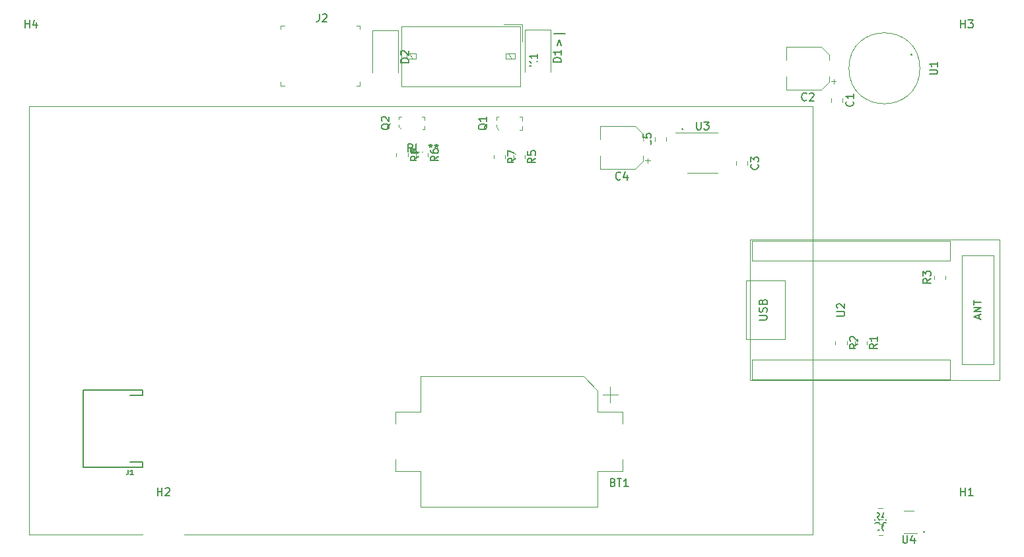
<source format=gto>
G04 #@! TF.GenerationSoftware,KiCad,Pcbnew,(5.1.10)-1*
G04 #@! TF.CreationDate,2021-10-31T21:23:51-04:00*
G04 #@! TF.ProjectId,Hardware-YurtThermostat,48617264-7761-4726-952d-597572745468,rev?*
G04 #@! TF.SameCoordinates,Original*
G04 #@! TF.FileFunction,Legend,Top*
G04 #@! TF.FilePolarity,Positive*
%FSLAX46Y46*%
G04 Gerber Fmt 4.6, Leading zero omitted, Abs format (unit mm)*
G04 Created by KiCad (PCBNEW (5.1.10)-1) date 2021-10-31 21:23:51*
%MOMM*%
%LPD*%
G01*
G04 APERTURE LIST*
%ADD10C,0.150000*%
%ADD11C,0.120000*%
%ADD12C,0.203200*%
%ADD13C,0.100000*%
%ADD14C,0.127000*%
%ADD15C,5.000000*%
%ADD16R,2.600000X3.600000*%
%ADD17R,1.800000X2.500000*%
%ADD18C,3.400000*%
%ADD19C,6.000000*%
%ADD20C,1.800860*%
%ADD21R,2.500000X2.500000*%
%ADD22C,2.500000*%
%ADD23C,1.500000*%
%ADD24C,2.000000*%
%ADD25O,1.524000X2.000000*%
%ADD26R,0.550000X0.250000*%
G04 APERTURE END LIST*
D10*
X162472714Y-53689142D02*
X162758428Y-52927238D01*
X163044142Y-53689142D01*
X163472714Y-52212952D02*
X162044142Y-52212952D01*
X209550000Y-116054142D02*
X209597619Y-116101761D01*
X209550000Y-116149380D01*
X209502380Y-116101761D01*
X209550000Y-116054142D01*
X209550000Y-116149380D01*
X207899000Y-54840142D02*
X207946619Y-54887761D01*
X207899000Y-54935380D01*
X207851380Y-54887761D01*
X207899000Y-54840142D01*
X207899000Y-54935380D01*
X178562000Y-64365142D02*
X178609619Y-64412761D01*
X178562000Y-64460380D01*
X178514380Y-64412761D01*
X178562000Y-64365142D01*
X178562000Y-64460380D01*
D11*
X94750000Y-61530000D02*
X94750000Y-116470000D01*
X94750000Y-116470000D02*
X195250000Y-116470000D01*
X195250000Y-116470000D02*
X195250000Y-61530000D01*
X195250000Y-61530000D02*
X94750000Y-61530000D01*
X168306000Y-98521000D02*
X170306000Y-98521000D01*
X169306000Y-99521000D02*
X169306000Y-97521000D01*
X144956000Y-112871000D02*
X144956000Y-108371000D01*
X167656000Y-112871000D02*
X167656000Y-108371000D01*
X167656000Y-112871000D02*
X144956000Y-112871000D01*
X141756000Y-108371000D02*
X141756000Y-106821000D01*
X144956000Y-108371000D02*
X141756000Y-108371000D01*
X170856000Y-108371000D02*
X170856000Y-106821000D01*
X167656000Y-108371000D02*
X170856000Y-108371000D01*
X170856000Y-100671000D02*
X170856000Y-102221000D01*
X167656000Y-100671000D02*
X170856000Y-100671000D01*
X165856000Y-96171000D02*
X167656000Y-97971000D01*
X167656000Y-97971000D02*
X167656000Y-100671000D01*
X144956000Y-96171000D02*
X165856000Y-96171000D01*
X144956000Y-96171000D02*
X144956000Y-100671000D01*
X141756000Y-100671000D02*
X141756000Y-102221000D01*
X144956000Y-100671000D02*
X141756000Y-100671000D01*
X199109000Y-60466248D02*
X199109000Y-60988752D01*
X197639000Y-60466248D02*
X197639000Y-60988752D01*
X191870000Y-53880000D02*
X191870000Y-55580000D01*
X191870000Y-59400000D02*
X191870000Y-57700000D01*
X196325563Y-59400000D02*
X191870000Y-59400000D01*
X196325563Y-53880000D02*
X191870000Y-53880000D01*
X197390000Y-54944437D02*
X197390000Y-55580000D01*
X197390000Y-58335563D02*
X197390000Y-57700000D01*
X197390000Y-58335563D02*
X196325563Y-59400000D01*
X197390000Y-54944437D02*
X196325563Y-53880000D01*
X198255000Y-58325000D02*
X197630000Y-58325000D01*
X197942500Y-58637500D02*
X197942500Y-58012500D01*
X186917000Y-68551248D02*
X186917000Y-69073752D01*
X185447000Y-68551248D02*
X185447000Y-69073752D01*
X174086500Y-68799500D02*
X174086500Y-68174500D01*
X174399000Y-68487000D02*
X173774000Y-68487000D01*
X173534000Y-65106437D02*
X172469563Y-64042000D01*
X173534000Y-68497563D02*
X172469563Y-69562000D01*
X173534000Y-68497563D02*
X173534000Y-67862000D01*
X173534000Y-65106437D02*
X173534000Y-65742000D01*
X172469563Y-64042000D02*
X168014000Y-64042000D01*
X172469563Y-69562000D02*
X168014000Y-69562000D01*
X168014000Y-69562000D02*
X168014000Y-67862000D01*
X168014000Y-64042000D02*
X168014000Y-65742000D01*
X176503000Y-66025752D02*
X176503000Y-65503248D01*
X175033000Y-66025752D02*
X175033000Y-65503248D01*
X204201752Y-113057000D02*
X203679248Y-113057000D01*
X204201752Y-114527000D02*
X203679248Y-114527000D01*
X161670000Y-51686000D02*
X161670000Y-57086000D01*
X158370000Y-51686000D02*
X158370000Y-57086000D01*
X161670000Y-51686000D02*
X158370000Y-51686000D01*
X142112000Y-51750000D02*
X138812000Y-51750000D01*
X138812000Y-51750000D02*
X138812000Y-57150000D01*
X142112000Y-51750000D02*
X142112000Y-57150000D01*
D12*
X109293660Y-98572320D02*
X107696000Y-98572320D01*
X109293660Y-107167680D02*
X107696000Y-107167680D01*
X109293660Y-97922080D02*
X109293660Y-98572320D01*
X109293660Y-107817920D02*
X109293660Y-107167680D01*
X101696520Y-97922080D02*
X109293660Y-97922080D01*
X101696520Y-107817920D02*
X101696520Y-97922080D01*
X109293660Y-107817920D02*
X101696520Y-107817920D01*
D13*
X137220000Y-51150000D02*
X136720000Y-51150000D01*
X137220000Y-51150000D02*
X137220000Y-51600000D01*
X127020000Y-51150000D02*
X127020000Y-51600000D01*
X127020000Y-51150000D02*
X127520000Y-51150000D01*
X127020000Y-58850000D02*
X127520000Y-58850000D01*
X127020000Y-58850000D02*
X127020000Y-58350000D01*
X137220000Y-58850000D02*
X137220000Y-58350000D01*
X137220000Y-58850000D02*
X136720000Y-58850000D01*
D11*
X157754000Y-59008000D02*
X142474000Y-59008000D01*
X157734000Y-51228000D02*
X142474000Y-51228000D01*
X142474000Y-59008000D02*
X142474000Y-51228000D01*
X157754000Y-59008000D02*
X157754000Y-51228000D01*
X157974000Y-51008000D02*
X157974000Y-53198000D01*
X155634000Y-51008000D02*
X157974000Y-51008000D01*
X155864000Y-54708000D02*
X155864000Y-55408000D01*
X157064000Y-54708000D02*
X155864000Y-54708000D01*
X157064000Y-55408000D02*
X157064000Y-54708000D01*
X155864000Y-55408000D02*
X157064000Y-55408000D01*
X156264000Y-54708000D02*
X156664000Y-55408000D01*
X143164000Y-54708000D02*
X143164000Y-55408000D01*
X144364000Y-54708000D02*
X143164000Y-54708000D01*
X144364000Y-55408000D02*
X144364000Y-54708000D01*
X143164000Y-55408000D02*
X144364000Y-55408000D01*
X143564000Y-54708000D02*
X143964000Y-55408000D01*
D13*
X154684000Y-62883000D02*
X154984000Y-62883000D01*
X154684000Y-63258000D02*
X154684000Y-62883000D01*
X157984000Y-62883000D02*
X157984000Y-63333000D01*
X157684000Y-62883000D02*
X157984000Y-62883000D01*
X157759000Y-62883000D02*
X157634000Y-62883000D01*
X157984000Y-64533000D02*
X157634000Y-64533000D01*
X157984000Y-64058000D02*
X157984000Y-64533000D01*
X155009000Y-64533000D02*
X155009000Y-65308000D01*
X154959000Y-64533000D02*
X155009000Y-64533000D01*
X154684000Y-64158000D02*
X154959000Y-64533000D01*
X154684000Y-63883000D02*
X154684000Y-64158000D01*
X142212000Y-63849000D02*
X142212000Y-64124000D01*
X142212000Y-64124000D02*
X142487000Y-64499000D01*
X142487000Y-64499000D02*
X142537000Y-64499000D01*
X142537000Y-64499000D02*
X142537000Y-65274000D01*
X145512000Y-64024000D02*
X145512000Y-64499000D01*
X145512000Y-64499000D02*
X145162000Y-64499000D01*
X145287000Y-62849000D02*
X145162000Y-62849000D01*
X145212000Y-62849000D02*
X145512000Y-62849000D01*
X145512000Y-62849000D02*
X145512000Y-63299000D01*
X142212000Y-63224000D02*
X142212000Y-62849000D01*
X142212000Y-62849000D02*
X142512000Y-62849000D01*
D11*
X202169000Y-91609936D02*
X202169000Y-92064064D01*
X200699000Y-91609936D02*
X200699000Y-92064064D01*
X198159000Y-91609936D02*
X198159000Y-92064064D01*
X199629000Y-91609936D02*
X199629000Y-92064064D01*
X212317000Y-83682064D02*
X212317000Y-83227936D01*
X210847000Y-83682064D02*
X210847000Y-83227936D01*
X203750936Y-115089000D02*
X204205064Y-115089000D01*
X203750936Y-116559000D02*
X204205064Y-116559000D01*
X158339000Y-67780936D02*
X158339000Y-68235064D01*
X156869000Y-67780936D02*
X156869000Y-68235064D01*
X144397000Y-67526936D02*
X144397000Y-67981064D01*
X145867000Y-67526936D02*
X145867000Y-67981064D01*
X154329000Y-67780936D02*
X154329000Y-68235064D01*
X155799000Y-67780936D02*
X155799000Y-68235064D01*
X143327000Y-67526936D02*
X143327000Y-67981064D01*
X141857000Y-67526936D02*
X141857000Y-67981064D01*
X209000000Y-56640000D02*
G75*
G03*
X209000000Y-56640000I-4550000J0D01*
G01*
X187464000Y-93991000D02*
X212864000Y-93991000D01*
X187464000Y-96531000D02*
X187464000Y-93991000D01*
X212864000Y-96531000D02*
X187464000Y-96531000D01*
X212864000Y-93991000D02*
X212864000Y-96531000D01*
X187464000Y-78751000D02*
X212864000Y-78751000D01*
X187464000Y-81291000D02*
X187464000Y-78751000D01*
X212864000Y-81291000D02*
X187464000Y-81291000D01*
X212864000Y-78751000D02*
X212864000Y-81291000D01*
X191684000Y-83891000D02*
X186684000Y-83891000D01*
X191684000Y-91391000D02*
X191684000Y-83891000D01*
X186684000Y-91391000D02*
X191684000Y-91391000D01*
X186684000Y-83891000D02*
X186684000Y-91391000D01*
X214434000Y-80641000D02*
X218434000Y-80641000D01*
X214434000Y-94641000D02*
X214434000Y-80641000D01*
X218434000Y-94641000D02*
X214434000Y-94641000D01*
X218434000Y-80641000D02*
X218434000Y-94641000D01*
X219184000Y-78641000D02*
X187184000Y-78641000D01*
X219184000Y-96641000D02*
X219184000Y-78641000D01*
X187184000Y-96641000D02*
X219184000Y-96641000D01*
X187184000Y-78641000D02*
X187184000Y-96641000D01*
X181118000Y-64908000D02*
X177668000Y-64908000D01*
X181118000Y-64908000D02*
X183068000Y-64908000D01*
X181118000Y-70028000D02*
X179168000Y-70028000D01*
X181118000Y-70028000D02*
X183068000Y-70028000D01*
X208238000Y-113448000D02*
X206938000Y-113448000D01*
X208678000Y-116268000D02*
X206938000Y-116268000D01*
D10*
X143920666Y-67354380D02*
X143587333Y-66878190D01*
X143349238Y-67354380D02*
X143349238Y-66354380D01*
X143730190Y-66354380D01*
X143825428Y-66402000D01*
X143873047Y-66449619D01*
X143920666Y-66544857D01*
X143920666Y-66687714D01*
X143873047Y-66782952D01*
X143825428Y-66830571D01*
X143730190Y-66878190D01*
X143349238Y-66878190D01*
X144349238Y-66830571D02*
X144682571Y-66830571D01*
X144825428Y-67354380D02*
X144349238Y-67354380D01*
X144349238Y-66354380D01*
X144825428Y-66354380D01*
X145587333Y-66830571D02*
X145254000Y-66830571D01*
X145254000Y-67354380D02*
X145254000Y-66354380D01*
X145730190Y-66354380D01*
X146254000Y-66354380D02*
X146254000Y-66592476D01*
X146015904Y-66497238D02*
X146254000Y-66592476D01*
X146492095Y-66497238D01*
X146111142Y-66782952D02*
X146254000Y-66592476D01*
X146396857Y-66782952D01*
X147015904Y-66354380D02*
X147015904Y-66592476D01*
X146777809Y-66497238D02*
X147015904Y-66592476D01*
X147254000Y-66497238D01*
X146873047Y-66782952D02*
X147015904Y-66592476D01*
X147158761Y-66782952D01*
X169645285Y-109749571D02*
X169788142Y-109797190D01*
X169835761Y-109844809D01*
X169883380Y-109940047D01*
X169883380Y-110082904D01*
X169835761Y-110178142D01*
X169788142Y-110225761D01*
X169692904Y-110273380D01*
X169311952Y-110273380D01*
X169311952Y-109273380D01*
X169645285Y-109273380D01*
X169740523Y-109321000D01*
X169788142Y-109368619D01*
X169835761Y-109463857D01*
X169835761Y-109559095D01*
X169788142Y-109654333D01*
X169740523Y-109701952D01*
X169645285Y-109749571D01*
X169311952Y-109749571D01*
X170169095Y-109273380D02*
X170740523Y-109273380D01*
X170454809Y-110273380D02*
X170454809Y-109273380D01*
X171597666Y-110273380D02*
X171026238Y-110273380D01*
X171311952Y-110273380D02*
X171311952Y-109273380D01*
X171216714Y-109416238D01*
X171121476Y-109511476D01*
X171026238Y-109559095D01*
X200411142Y-60894166D02*
X200458761Y-60941785D01*
X200506380Y-61084642D01*
X200506380Y-61179880D01*
X200458761Y-61322738D01*
X200363523Y-61417976D01*
X200268285Y-61465595D01*
X200077809Y-61513214D01*
X199934952Y-61513214D01*
X199744476Y-61465595D01*
X199649238Y-61417976D01*
X199554000Y-61322738D01*
X199506380Y-61179880D01*
X199506380Y-61084642D01*
X199554000Y-60941785D01*
X199601619Y-60894166D01*
X200506380Y-59941785D02*
X200506380Y-60513214D01*
X200506380Y-60227500D02*
X199506380Y-60227500D01*
X199649238Y-60322738D01*
X199744476Y-60417976D01*
X199792095Y-60513214D01*
X194463333Y-60697142D02*
X194415714Y-60744761D01*
X194272857Y-60792380D01*
X194177619Y-60792380D01*
X194034761Y-60744761D01*
X193939523Y-60649523D01*
X193891904Y-60554285D01*
X193844285Y-60363809D01*
X193844285Y-60220952D01*
X193891904Y-60030476D01*
X193939523Y-59935238D01*
X194034761Y-59840000D01*
X194177619Y-59792380D01*
X194272857Y-59792380D01*
X194415714Y-59840000D01*
X194463333Y-59887619D01*
X194844285Y-59887619D02*
X194891904Y-59840000D01*
X194987142Y-59792380D01*
X195225238Y-59792380D01*
X195320476Y-59840000D01*
X195368095Y-59887619D01*
X195415714Y-59982857D01*
X195415714Y-60078095D01*
X195368095Y-60220952D01*
X194796666Y-60792380D01*
X195415714Y-60792380D01*
X188219142Y-68979166D02*
X188266761Y-69026785D01*
X188314380Y-69169642D01*
X188314380Y-69264880D01*
X188266761Y-69407738D01*
X188171523Y-69502976D01*
X188076285Y-69550595D01*
X187885809Y-69598214D01*
X187742952Y-69598214D01*
X187552476Y-69550595D01*
X187457238Y-69502976D01*
X187362000Y-69407738D01*
X187314380Y-69264880D01*
X187314380Y-69169642D01*
X187362000Y-69026785D01*
X187409619Y-68979166D01*
X187314380Y-68645833D02*
X187314380Y-68026785D01*
X187695333Y-68360119D01*
X187695333Y-68217261D01*
X187742952Y-68122023D01*
X187790571Y-68074404D01*
X187885809Y-68026785D01*
X188123904Y-68026785D01*
X188219142Y-68074404D01*
X188266761Y-68122023D01*
X188314380Y-68217261D01*
X188314380Y-68502976D01*
X188266761Y-68598214D01*
X188219142Y-68645833D01*
X170607333Y-70859142D02*
X170559714Y-70906761D01*
X170416857Y-70954380D01*
X170321619Y-70954380D01*
X170178761Y-70906761D01*
X170083523Y-70811523D01*
X170035904Y-70716285D01*
X169988285Y-70525809D01*
X169988285Y-70382952D01*
X170035904Y-70192476D01*
X170083523Y-70097238D01*
X170178761Y-70002000D01*
X170321619Y-69954380D01*
X170416857Y-69954380D01*
X170559714Y-70002000D01*
X170607333Y-70049619D01*
X171464476Y-70287714D02*
X171464476Y-70954380D01*
X171226380Y-69906761D02*
X170988285Y-70621047D01*
X171607333Y-70621047D01*
X174445142Y-65931166D02*
X174492761Y-65978785D01*
X174540380Y-66121642D01*
X174540380Y-66216880D01*
X174492761Y-66359738D01*
X174397523Y-66454976D01*
X174302285Y-66502595D01*
X174111809Y-66550214D01*
X173968952Y-66550214D01*
X173778476Y-66502595D01*
X173683238Y-66454976D01*
X173588000Y-66359738D01*
X173540380Y-66216880D01*
X173540380Y-66121642D01*
X173588000Y-65978785D01*
X173635619Y-65931166D01*
X173540380Y-65026404D02*
X173540380Y-65502595D01*
X174016571Y-65550214D01*
X173968952Y-65502595D01*
X173921333Y-65407357D01*
X173921333Y-65169261D01*
X173968952Y-65074023D01*
X174016571Y-65026404D01*
X174111809Y-64978785D01*
X174349904Y-64978785D01*
X174445142Y-65026404D01*
X174492761Y-65074023D01*
X174540380Y-65169261D01*
X174540380Y-65407357D01*
X174492761Y-65502595D01*
X174445142Y-65550214D01*
X203773833Y-115829142D02*
X203726214Y-115876761D01*
X203583357Y-115924380D01*
X203488119Y-115924380D01*
X203345261Y-115876761D01*
X203250023Y-115781523D01*
X203202404Y-115686285D01*
X203154785Y-115495809D01*
X203154785Y-115352952D01*
X203202404Y-115162476D01*
X203250023Y-115067238D01*
X203345261Y-114972000D01*
X203488119Y-114924380D01*
X203583357Y-114924380D01*
X203726214Y-114972000D01*
X203773833Y-115019619D01*
X204630976Y-114924380D02*
X204440500Y-114924380D01*
X204345261Y-114972000D01*
X204297642Y-115019619D01*
X204202404Y-115162476D01*
X204154785Y-115352952D01*
X204154785Y-115733904D01*
X204202404Y-115829142D01*
X204250023Y-115876761D01*
X204345261Y-115924380D01*
X204535738Y-115924380D01*
X204630976Y-115876761D01*
X204678595Y-115829142D01*
X204726214Y-115733904D01*
X204726214Y-115495809D01*
X204678595Y-115400571D01*
X204630976Y-115352952D01*
X204535738Y-115305333D01*
X204345261Y-115305333D01*
X204250023Y-115352952D01*
X204202404Y-115400571D01*
X204154785Y-115495809D01*
X162972380Y-55824095D02*
X161972380Y-55824095D01*
X161972380Y-55586000D01*
X162020000Y-55443142D01*
X162115238Y-55347904D01*
X162210476Y-55300285D01*
X162400952Y-55252666D01*
X162543809Y-55252666D01*
X162734285Y-55300285D01*
X162829523Y-55347904D01*
X162924761Y-55443142D01*
X162972380Y-55586000D01*
X162972380Y-55824095D01*
X162972380Y-54300285D02*
X162972380Y-54871714D01*
X162972380Y-54586000D02*
X161972380Y-54586000D01*
X162115238Y-54681238D01*
X162210476Y-54776476D01*
X162258095Y-54871714D01*
X143414380Y-55888095D02*
X142414380Y-55888095D01*
X142414380Y-55650000D01*
X142462000Y-55507142D01*
X142557238Y-55411904D01*
X142652476Y-55364285D01*
X142842952Y-55316666D01*
X142985809Y-55316666D01*
X143176285Y-55364285D01*
X143271523Y-55411904D01*
X143366761Y-55507142D01*
X143414380Y-55650000D01*
X143414380Y-55888095D01*
X142509619Y-54935714D02*
X142462000Y-54888095D01*
X142414380Y-54792857D01*
X142414380Y-54554761D01*
X142462000Y-54459523D01*
X142509619Y-54411904D01*
X142604857Y-54364285D01*
X142700095Y-54364285D01*
X142842952Y-54411904D01*
X143414380Y-54983333D01*
X143414380Y-54364285D01*
X214238095Y-111452380D02*
X214238095Y-110452380D01*
X214238095Y-110928571D02*
X214809523Y-110928571D01*
X214809523Y-111452380D02*
X214809523Y-110452380D01*
X215809523Y-111452380D02*
X215238095Y-111452380D01*
X215523809Y-111452380D02*
X215523809Y-110452380D01*
X215428571Y-110595238D01*
X215333333Y-110690476D01*
X215238095Y-110738095D01*
X111238095Y-111452380D02*
X111238095Y-110452380D01*
X111238095Y-110928571D02*
X111809523Y-110928571D01*
X111809523Y-111452380D02*
X111809523Y-110452380D01*
X112238095Y-110547619D02*
X112285714Y-110500000D01*
X112380952Y-110452380D01*
X112619047Y-110452380D01*
X112714285Y-110500000D01*
X112761904Y-110547619D01*
X112809523Y-110642857D01*
X112809523Y-110738095D01*
X112761904Y-110880952D01*
X112190476Y-111452380D01*
X112809523Y-111452380D01*
X214238095Y-51452380D02*
X214238095Y-50452380D01*
X214238095Y-50928571D02*
X214809523Y-50928571D01*
X214809523Y-51452380D02*
X214809523Y-50452380D01*
X215190476Y-50452380D02*
X215809523Y-50452380D01*
X215476190Y-50833333D01*
X215619047Y-50833333D01*
X215714285Y-50880952D01*
X215761904Y-50928571D01*
X215809523Y-51023809D01*
X215809523Y-51261904D01*
X215761904Y-51357142D01*
X215714285Y-51404761D01*
X215619047Y-51452380D01*
X215333333Y-51452380D01*
X215238095Y-51404761D01*
X215190476Y-51357142D01*
X94238095Y-51452380D02*
X94238095Y-50452380D01*
X94238095Y-50928571D02*
X94809523Y-50928571D01*
X94809523Y-51452380D02*
X94809523Y-50452380D01*
X95714285Y-50785714D02*
X95714285Y-51452380D01*
X95476190Y-50404761D02*
X95238095Y-51119047D01*
X95857142Y-51119047D01*
D14*
X107492800Y-108124171D02*
X107492800Y-108559600D01*
X107463771Y-108646685D01*
X107405714Y-108704742D01*
X107318628Y-108733771D01*
X107260571Y-108733771D01*
X108102400Y-108733771D02*
X107754057Y-108733771D01*
X107928228Y-108733771D02*
X107928228Y-108124171D01*
X107870171Y-108211257D01*
X107812114Y-108269314D01*
X107754057Y-108298342D01*
D10*
X131986666Y-49652380D02*
X131986666Y-50366666D01*
X131939047Y-50509523D01*
X131843809Y-50604761D01*
X131700952Y-50652380D01*
X131605714Y-50652380D01*
X132415238Y-49747619D02*
X132462857Y-49700000D01*
X132558095Y-49652380D01*
X132796190Y-49652380D01*
X132891428Y-49700000D01*
X132939047Y-49747619D01*
X132986666Y-49842857D01*
X132986666Y-49938095D01*
X132939047Y-50080952D01*
X132367619Y-50652380D01*
X132986666Y-50652380D01*
X159916380Y-56316095D02*
X158916380Y-56316095D01*
X159916380Y-55744666D02*
X159344952Y-56173238D01*
X158916380Y-55744666D02*
X159487809Y-56316095D01*
X159916380Y-54792285D02*
X159916380Y-55363714D01*
X159916380Y-55078000D02*
X158916380Y-55078000D01*
X159059238Y-55173238D01*
X159154476Y-55268476D01*
X159202095Y-55363714D01*
X153506619Y-63778238D02*
X153459000Y-63873476D01*
X153363761Y-63968714D01*
X153220904Y-64111571D01*
X153173285Y-64206809D01*
X153173285Y-64302047D01*
X153411380Y-64254428D02*
X153363761Y-64349666D01*
X153268523Y-64444904D01*
X153078047Y-64492523D01*
X152744714Y-64492523D01*
X152554238Y-64444904D01*
X152459000Y-64349666D01*
X152411380Y-64254428D01*
X152411380Y-64063952D01*
X152459000Y-63968714D01*
X152554238Y-63873476D01*
X152744714Y-63825857D01*
X153078047Y-63825857D01*
X153268523Y-63873476D01*
X153363761Y-63968714D01*
X153411380Y-64063952D01*
X153411380Y-64254428D01*
X153411380Y-62873476D02*
X153411380Y-63444904D01*
X153411380Y-63159190D02*
X152411380Y-63159190D01*
X152554238Y-63254428D01*
X152649476Y-63349666D01*
X152697095Y-63444904D01*
X141034619Y-63744238D02*
X140987000Y-63839476D01*
X140891761Y-63934714D01*
X140748904Y-64077571D01*
X140701285Y-64172809D01*
X140701285Y-64268047D01*
X140939380Y-64220428D02*
X140891761Y-64315666D01*
X140796523Y-64410904D01*
X140606047Y-64458523D01*
X140272714Y-64458523D01*
X140082238Y-64410904D01*
X139987000Y-64315666D01*
X139939380Y-64220428D01*
X139939380Y-64029952D01*
X139987000Y-63934714D01*
X140082238Y-63839476D01*
X140272714Y-63791857D01*
X140606047Y-63791857D01*
X140796523Y-63839476D01*
X140891761Y-63934714D01*
X140939380Y-64029952D01*
X140939380Y-64220428D01*
X140034619Y-63410904D02*
X139987000Y-63363285D01*
X139939380Y-63268047D01*
X139939380Y-63029952D01*
X139987000Y-62934714D01*
X140034619Y-62887095D01*
X140129857Y-62839476D01*
X140225095Y-62839476D01*
X140367952Y-62887095D01*
X140939380Y-63458523D01*
X140939380Y-62839476D01*
X203536380Y-92003666D02*
X203060190Y-92337000D01*
X203536380Y-92575095D02*
X202536380Y-92575095D01*
X202536380Y-92194142D01*
X202584000Y-92098904D01*
X202631619Y-92051285D01*
X202726857Y-92003666D01*
X202869714Y-92003666D01*
X202964952Y-92051285D01*
X203012571Y-92098904D01*
X203060190Y-92194142D01*
X203060190Y-92575095D01*
X203536380Y-91051285D02*
X203536380Y-91622714D01*
X203536380Y-91337000D02*
X202536380Y-91337000D01*
X202679238Y-91432238D01*
X202774476Y-91527476D01*
X202822095Y-91622714D01*
X200996380Y-92003666D02*
X200520190Y-92337000D01*
X200996380Y-92575095D02*
X199996380Y-92575095D01*
X199996380Y-92194142D01*
X200044000Y-92098904D01*
X200091619Y-92051285D01*
X200186857Y-92003666D01*
X200329714Y-92003666D01*
X200424952Y-92051285D01*
X200472571Y-92098904D01*
X200520190Y-92194142D01*
X200520190Y-92575095D01*
X200091619Y-91622714D02*
X200044000Y-91575095D01*
X199996380Y-91479857D01*
X199996380Y-91241761D01*
X200044000Y-91146523D01*
X200091619Y-91098904D01*
X200186857Y-91051285D01*
X200282095Y-91051285D01*
X200424952Y-91098904D01*
X200996380Y-91670333D01*
X200996380Y-91051285D01*
X210384380Y-83621666D02*
X209908190Y-83955000D01*
X210384380Y-84193095D02*
X209384380Y-84193095D01*
X209384380Y-83812142D01*
X209432000Y-83716904D01*
X209479619Y-83669285D01*
X209574857Y-83621666D01*
X209717714Y-83621666D01*
X209812952Y-83669285D01*
X209860571Y-83716904D01*
X209908190Y-83812142D01*
X209908190Y-84193095D01*
X209384380Y-83288333D02*
X209384380Y-82669285D01*
X209765333Y-83002619D01*
X209765333Y-82859761D01*
X209812952Y-82764523D01*
X209860571Y-82716904D01*
X209955809Y-82669285D01*
X210193904Y-82669285D01*
X210289142Y-82716904D01*
X210336761Y-82764523D01*
X210384380Y-82859761D01*
X210384380Y-83145476D01*
X210336761Y-83240714D01*
X210289142Y-83288333D01*
X203811333Y-114626380D02*
X203478000Y-114150190D01*
X203239904Y-114626380D02*
X203239904Y-113626380D01*
X203620857Y-113626380D01*
X203716095Y-113674000D01*
X203763714Y-113721619D01*
X203811333Y-113816857D01*
X203811333Y-113959714D01*
X203763714Y-114054952D01*
X203716095Y-114102571D01*
X203620857Y-114150190D01*
X203239904Y-114150190D01*
X204668476Y-113959714D02*
X204668476Y-114626380D01*
X204430380Y-113578761D02*
X204192285Y-114293047D01*
X204811333Y-114293047D01*
X159706380Y-68174666D02*
X159230190Y-68508000D01*
X159706380Y-68746095D02*
X158706380Y-68746095D01*
X158706380Y-68365142D01*
X158754000Y-68269904D01*
X158801619Y-68222285D01*
X158896857Y-68174666D01*
X159039714Y-68174666D01*
X159134952Y-68222285D01*
X159182571Y-68269904D01*
X159230190Y-68365142D01*
X159230190Y-68746095D01*
X158706380Y-67269904D02*
X158706380Y-67746095D01*
X159182571Y-67793714D01*
X159134952Y-67746095D01*
X159087333Y-67650857D01*
X159087333Y-67412761D01*
X159134952Y-67317523D01*
X159182571Y-67269904D01*
X159277809Y-67222285D01*
X159515904Y-67222285D01*
X159611142Y-67269904D01*
X159658761Y-67317523D01*
X159706380Y-67412761D01*
X159706380Y-67650857D01*
X159658761Y-67746095D01*
X159611142Y-67793714D01*
X147234380Y-67920666D02*
X146758190Y-68254000D01*
X147234380Y-68492095D02*
X146234380Y-68492095D01*
X146234380Y-68111142D01*
X146282000Y-68015904D01*
X146329619Y-67968285D01*
X146424857Y-67920666D01*
X146567714Y-67920666D01*
X146662952Y-67968285D01*
X146710571Y-68015904D01*
X146758190Y-68111142D01*
X146758190Y-68492095D01*
X146234380Y-67063523D02*
X146234380Y-67254000D01*
X146282000Y-67349238D01*
X146329619Y-67396857D01*
X146472476Y-67492095D01*
X146662952Y-67539714D01*
X147043904Y-67539714D01*
X147139142Y-67492095D01*
X147186761Y-67444476D01*
X147234380Y-67349238D01*
X147234380Y-67158761D01*
X147186761Y-67063523D01*
X147139142Y-67015904D01*
X147043904Y-66968285D01*
X146805809Y-66968285D01*
X146710571Y-67015904D01*
X146662952Y-67063523D01*
X146615333Y-67158761D01*
X146615333Y-67349238D01*
X146662952Y-67444476D01*
X146710571Y-67492095D01*
X146805809Y-67539714D01*
X157166380Y-68174666D02*
X156690190Y-68508000D01*
X157166380Y-68746095D02*
X156166380Y-68746095D01*
X156166380Y-68365142D01*
X156214000Y-68269904D01*
X156261619Y-68222285D01*
X156356857Y-68174666D01*
X156499714Y-68174666D01*
X156594952Y-68222285D01*
X156642571Y-68269904D01*
X156690190Y-68365142D01*
X156690190Y-68746095D01*
X156166380Y-67841333D02*
X156166380Y-67174666D01*
X157166380Y-67603238D01*
X144694380Y-67920666D02*
X144218190Y-68254000D01*
X144694380Y-68492095D02*
X143694380Y-68492095D01*
X143694380Y-68111142D01*
X143742000Y-68015904D01*
X143789619Y-67968285D01*
X143884857Y-67920666D01*
X144027714Y-67920666D01*
X144122952Y-67968285D01*
X144170571Y-68015904D01*
X144218190Y-68111142D01*
X144218190Y-68492095D01*
X144122952Y-67349238D02*
X144075333Y-67444476D01*
X144027714Y-67492095D01*
X143932476Y-67539714D01*
X143884857Y-67539714D01*
X143789619Y-67492095D01*
X143742000Y-67444476D01*
X143694380Y-67349238D01*
X143694380Y-67158761D01*
X143742000Y-67063523D01*
X143789619Y-67015904D01*
X143884857Y-66968285D01*
X143932476Y-66968285D01*
X144027714Y-67015904D01*
X144075333Y-67063523D01*
X144122952Y-67158761D01*
X144122952Y-67349238D01*
X144170571Y-67444476D01*
X144218190Y-67492095D01*
X144313428Y-67539714D01*
X144503904Y-67539714D01*
X144599142Y-67492095D01*
X144646761Y-67444476D01*
X144694380Y-67349238D01*
X144694380Y-67158761D01*
X144646761Y-67063523D01*
X144599142Y-67015904D01*
X144503904Y-66968285D01*
X144313428Y-66968285D01*
X144218190Y-67015904D01*
X144170571Y-67063523D01*
X144122952Y-67158761D01*
X210252380Y-57401904D02*
X211061904Y-57401904D01*
X211157142Y-57354285D01*
X211204761Y-57306666D01*
X211252380Y-57211428D01*
X211252380Y-57020952D01*
X211204761Y-56925714D01*
X211157142Y-56878095D01*
X211061904Y-56830476D01*
X210252380Y-56830476D01*
X211252380Y-55830476D02*
X211252380Y-56401904D01*
X211252380Y-56116190D02*
X210252380Y-56116190D01*
X210395238Y-56211428D01*
X210490476Y-56306666D01*
X210538095Y-56401904D01*
X198346380Y-88402904D02*
X199155904Y-88402904D01*
X199251142Y-88355285D01*
X199298761Y-88307666D01*
X199346380Y-88212428D01*
X199346380Y-88021952D01*
X199298761Y-87926714D01*
X199251142Y-87879095D01*
X199155904Y-87831476D01*
X198346380Y-87831476D01*
X198441619Y-87402904D02*
X198394000Y-87355285D01*
X198346380Y-87260047D01*
X198346380Y-87021952D01*
X198394000Y-86926714D01*
X198441619Y-86879095D01*
X198536857Y-86831476D01*
X198632095Y-86831476D01*
X198774952Y-86879095D01*
X199346380Y-87450523D01*
X199346380Y-86831476D01*
X216600666Y-88783857D02*
X216600666Y-88307666D01*
X216886380Y-88879095D02*
X215886380Y-88545761D01*
X216886380Y-88212428D01*
X216886380Y-87879095D02*
X215886380Y-87879095D01*
X216886380Y-87307666D01*
X215886380Y-87307666D01*
X215886380Y-86974333D02*
X215886380Y-86402904D01*
X216886380Y-86688619D02*
X215886380Y-86688619D01*
X188386380Y-88902904D02*
X189195904Y-88902904D01*
X189291142Y-88855285D01*
X189338761Y-88807666D01*
X189386380Y-88712428D01*
X189386380Y-88521952D01*
X189338761Y-88426714D01*
X189291142Y-88379095D01*
X189195904Y-88331476D01*
X188386380Y-88331476D01*
X189338761Y-87902904D02*
X189386380Y-87760047D01*
X189386380Y-87521952D01*
X189338761Y-87426714D01*
X189291142Y-87379095D01*
X189195904Y-87331476D01*
X189100666Y-87331476D01*
X189005428Y-87379095D01*
X188957809Y-87426714D01*
X188910190Y-87521952D01*
X188862571Y-87712428D01*
X188814952Y-87807666D01*
X188767333Y-87855285D01*
X188672095Y-87902904D01*
X188576857Y-87902904D01*
X188481619Y-87855285D01*
X188434000Y-87807666D01*
X188386380Y-87712428D01*
X188386380Y-87474333D01*
X188434000Y-87331476D01*
X188862571Y-86569571D02*
X188910190Y-86426714D01*
X188957809Y-86379095D01*
X189053047Y-86331476D01*
X189195904Y-86331476D01*
X189291142Y-86379095D01*
X189338761Y-86426714D01*
X189386380Y-86521952D01*
X189386380Y-86902904D01*
X188386380Y-86902904D01*
X188386380Y-86569571D01*
X188434000Y-86474333D01*
X188481619Y-86426714D01*
X188576857Y-86379095D01*
X188672095Y-86379095D01*
X188767333Y-86426714D01*
X188814952Y-86474333D01*
X188862571Y-86569571D01*
X188862571Y-86902904D01*
X180356095Y-63520380D02*
X180356095Y-64329904D01*
X180403714Y-64425142D01*
X180451333Y-64472761D01*
X180546571Y-64520380D01*
X180737047Y-64520380D01*
X180832285Y-64472761D01*
X180879904Y-64425142D01*
X180927523Y-64329904D01*
X180927523Y-63520380D01*
X181308476Y-63520380D02*
X181927523Y-63520380D01*
X181594190Y-63901333D01*
X181737047Y-63901333D01*
X181832285Y-63948952D01*
X181879904Y-63996571D01*
X181927523Y-64091809D01*
X181927523Y-64329904D01*
X181879904Y-64425142D01*
X181832285Y-64472761D01*
X181737047Y-64520380D01*
X181451333Y-64520380D01*
X181356095Y-64472761D01*
X181308476Y-64425142D01*
X206826095Y-116560380D02*
X206826095Y-117369904D01*
X206873714Y-117465142D01*
X206921333Y-117512761D01*
X207016571Y-117560380D01*
X207207047Y-117560380D01*
X207302285Y-117512761D01*
X207349904Y-117465142D01*
X207397523Y-117369904D01*
X207397523Y-116560380D01*
X208302285Y-116893714D02*
X208302285Y-117560380D01*
X208064190Y-116512761D02*
X207826095Y-117227047D01*
X208445142Y-117227047D01*
%LPC*%
D15*
X97950000Y-113270000D03*
X97950000Y-64730000D03*
X192050000Y-64730000D03*
X192050000Y-113270000D03*
D16*
X141656000Y-104521000D03*
X170956000Y-104521000D03*
G36*
G01*
X197899000Y-61177500D02*
X198849000Y-61177500D01*
G75*
G02*
X199099000Y-61427500I0J-250000D01*
G01*
X199099000Y-62102500D01*
G75*
G02*
X198849000Y-62352500I-250000J0D01*
G01*
X197899000Y-62352500D01*
G75*
G02*
X197649000Y-62102500I0J250000D01*
G01*
X197649000Y-61427500D01*
G75*
G02*
X197899000Y-61177500I250000J0D01*
G01*
G37*
G36*
G01*
X197899000Y-59102500D02*
X198849000Y-59102500D01*
G75*
G02*
X199099000Y-59352500I0J-250000D01*
G01*
X199099000Y-60027500D01*
G75*
G02*
X198849000Y-60277500I-250000J0D01*
G01*
X197899000Y-60277500D01*
G75*
G02*
X197649000Y-60027500I0J250000D01*
G01*
X197649000Y-59352500D01*
G75*
G02*
X197899000Y-59102500I250000J0D01*
G01*
G37*
G36*
G01*
X193930000Y-56090000D02*
X193930000Y-57190000D01*
G75*
G02*
X193680000Y-57440000I-250000J0D01*
G01*
X191180000Y-57440000D01*
G75*
G02*
X190930000Y-57190000I0J250000D01*
G01*
X190930000Y-56090000D01*
G75*
G02*
X191180000Y-55840000I250000J0D01*
G01*
X193680000Y-55840000D01*
G75*
G02*
X193930000Y-56090000I0J-250000D01*
G01*
G37*
G36*
G01*
X198330000Y-56090000D02*
X198330000Y-57190000D01*
G75*
G02*
X198080000Y-57440000I-250000J0D01*
G01*
X195580000Y-57440000D01*
G75*
G02*
X195330000Y-57190000I0J250000D01*
G01*
X195330000Y-56090000D01*
G75*
G02*
X195580000Y-55840000I250000J0D01*
G01*
X198080000Y-55840000D01*
G75*
G02*
X198330000Y-56090000I0J-250000D01*
G01*
G37*
G36*
G01*
X185707000Y-69262500D02*
X186657000Y-69262500D01*
G75*
G02*
X186907000Y-69512500I0J-250000D01*
G01*
X186907000Y-70187500D01*
G75*
G02*
X186657000Y-70437500I-250000J0D01*
G01*
X185707000Y-70437500D01*
G75*
G02*
X185457000Y-70187500I0J250000D01*
G01*
X185457000Y-69512500D01*
G75*
G02*
X185707000Y-69262500I250000J0D01*
G01*
G37*
G36*
G01*
X185707000Y-67187500D02*
X186657000Y-67187500D01*
G75*
G02*
X186907000Y-67437500I0J-250000D01*
G01*
X186907000Y-68112500D01*
G75*
G02*
X186657000Y-68362500I-250000J0D01*
G01*
X185707000Y-68362500D01*
G75*
G02*
X185457000Y-68112500I0J250000D01*
G01*
X185457000Y-67437500D01*
G75*
G02*
X185707000Y-67187500I250000J0D01*
G01*
G37*
G36*
G01*
X174474000Y-66252000D02*
X174474000Y-67352000D01*
G75*
G02*
X174224000Y-67602000I-250000J0D01*
G01*
X171724000Y-67602000D01*
G75*
G02*
X171474000Y-67352000I0J250000D01*
G01*
X171474000Y-66252000D01*
G75*
G02*
X171724000Y-66002000I250000J0D01*
G01*
X174224000Y-66002000D01*
G75*
G02*
X174474000Y-66252000I0J-250000D01*
G01*
G37*
G36*
G01*
X170074000Y-66252000D02*
X170074000Y-67352000D01*
G75*
G02*
X169824000Y-67602000I-250000J0D01*
G01*
X167324000Y-67602000D01*
G75*
G02*
X167074000Y-67352000I0J250000D01*
G01*
X167074000Y-66252000D01*
G75*
G02*
X167324000Y-66002000I250000J0D01*
G01*
X169824000Y-66002000D01*
G75*
G02*
X170074000Y-66252000I0J-250000D01*
G01*
G37*
G36*
G01*
X176243000Y-67389500D02*
X175293000Y-67389500D01*
G75*
G02*
X175043000Y-67139500I0J250000D01*
G01*
X175043000Y-66464500D01*
G75*
G02*
X175293000Y-66214500I250000J0D01*
G01*
X176243000Y-66214500D01*
G75*
G02*
X176493000Y-66464500I0J-250000D01*
G01*
X176493000Y-67139500D01*
G75*
G02*
X176243000Y-67389500I-250000J0D01*
G01*
G37*
G36*
G01*
X176243000Y-65314500D02*
X175293000Y-65314500D01*
G75*
G02*
X175043000Y-65064500I0J250000D01*
G01*
X175043000Y-64389500D01*
G75*
G02*
X175293000Y-64139500I250000J0D01*
G01*
X176243000Y-64139500D01*
G75*
G02*
X176493000Y-64389500I0J-250000D01*
G01*
X176493000Y-65064500D01*
G75*
G02*
X176243000Y-65314500I-250000J0D01*
G01*
G37*
G36*
G01*
X205565500Y-113317000D02*
X205565500Y-114267000D01*
G75*
G02*
X205315500Y-114517000I-250000J0D01*
G01*
X204640500Y-114517000D01*
G75*
G02*
X204390500Y-114267000I0J250000D01*
G01*
X204390500Y-113317000D01*
G75*
G02*
X204640500Y-113067000I250000J0D01*
G01*
X205315500Y-113067000D01*
G75*
G02*
X205565500Y-113317000I0J-250000D01*
G01*
G37*
G36*
G01*
X203490500Y-113317000D02*
X203490500Y-114267000D01*
G75*
G02*
X203240500Y-114517000I-250000J0D01*
G01*
X202565500Y-114517000D01*
G75*
G02*
X202315500Y-114267000I0J250000D01*
G01*
X202315500Y-113317000D01*
G75*
G02*
X202565500Y-113067000I250000J0D01*
G01*
X203240500Y-113067000D01*
G75*
G02*
X203490500Y-113317000I0J-250000D01*
G01*
G37*
D17*
X160020000Y-53086000D03*
X160020000Y-57086000D03*
X140462000Y-57150000D03*
X140462000Y-53150000D03*
D18*
X215000000Y-115000000D03*
D19*
X215000000Y-115000000D03*
X112000000Y-115000000D03*
D18*
X112000000Y-115000000D03*
X215000000Y-55000000D03*
D19*
X215000000Y-55000000D03*
X95000000Y-55000000D03*
D18*
X95000000Y-55000000D03*
D20*
X107696000Y-105869740D03*
X107696000Y-103868220D03*
X107696000Y-101871780D03*
X107696000Y-99870260D03*
D21*
X129620000Y-55000000D03*
D22*
X134620000Y-55000000D03*
D23*
X156464000Y-57658000D03*
X151384000Y-57658000D03*
X148844000Y-57658000D03*
X146304000Y-57658000D03*
X143764000Y-57658000D03*
X143764000Y-52578000D03*
X146304000Y-52578000D03*
X148844000Y-52578000D03*
X151384000Y-52578000D03*
G36*
G01*
X155964500Y-51828000D02*
X156963500Y-51828000D01*
G75*
G02*
X157214000Y-52078500I0J-250500D01*
G01*
X157214000Y-53077500D01*
G75*
G02*
X156963500Y-53328000I-250500J0D01*
G01*
X155964500Y-53328000D01*
G75*
G02*
X155714000Y-53077500I0J250500D01*
G01*
X155714000Y-52078500D01*
G75*
G02*
X155964500Y-51828000I250500J0D01*
G01*
G37*
G36*
G01*
X156634000Y-63378000D02*
X156034000Y-63378000D01*
G75*
G02*
X155964000Y-63308000I0J70000D01*
G01*
X155964000Y-62008000D01*
G75*
G02*
X156034000Y-61938000I70000J0D01*
G01*
X156634000Y-61938000D01*
G75*
G02*
X156704000Y-62008000I0J-70000D01*
G01*
X156704000Y-63308000D01*
G75*
G02*
X156634000Y-63378000I-70000J0D01*
G01*
G37*
G36*
G01*
X157584000Y-65478000D02*
X156984000Y-65478000D01*
G75*
G02*
X156914000Y-65408000I0J70000D01*
G01*
X156914000Y-64108000D01*
G75*
G02*
X156984000Y-64038000I70000J0D01*
G01*
X157584000Y-64038000D01*
G75*
G02*
X157654000Y-64108000I0J-70000D01*
G01*
X157654000Y-65408000D01*
G75*
G02*
X157584000Y-65478000I-70000J0D01*
G01*
G37*
G36*
G01*
X155684000Y-65478000D02*
X155084000Y-65478000D01*
G75*
G02*
X155014000Y-65408000I0J70000D01*
G01*
X155014000Y-64108000D01*
G75*
G02*
X155084000Y-64038000I70000J0D01*
G01*
X155684000Y-64038000D01*
G75*
G02*
X155754000Y-64108000I0J-70000D01*
G01*
X155754000Y-65408000D01*
G75*
G02*
X155684000Y-65478000I-70000J0D01*
G01*
G37*
G36*
G01*
X143212000Y-65444000D02*
X142612000Y-65444000D01*
G75*
G02*
X142542000Y-65374000I0J70000D01*
G01*
X142542000Y-64074000D01*
G75*
G02*
X142612000Y-64004000I70000J0D01*
G01*
X143212000Y-64004000D01*
G75*
G02*
X143282000Y-64074000I0J-70000D01*
G01*
X143282000Y-65374000D01*
G75*
G02*
X143212000Y-65444000I-70000J0D01*
G01*
G37*
G36*
G01*
X145112000Y-65444000D02*
X144512000Y-65444000D01*
G75*
G02*
X144442000Y-65374000I0J70000D01*
G01*
X144442000Y-64074000D01*
G75*
G02*
X144512000Y-64004000I70000J0D01*
G01*
X145112000Y-64004000D01*
G75*
G02*
X145182000Y-64074000I0J-70000D01*
G01*
X145182000Y-65374000D01*
G75*
G02*
X145112000Y-65444000I-70000J0D01*
G01*
G37*
G36*
G01*
X144162000Y-63344000D02*
X143562000Y-63344000D01*
G75*
G02*
X143492000Y-63274000I0J70000D01*
G01*
X143492000Y-61974000D01*
G75*
G02*
X143562000Y-61904000I70000J0D01*
G01*
X144162000Y-61904000D01*
G75*
G02*
X144232000Y-61974000I0J-70000D01*
G01*
X144232000Y-63274000D01*
G75*
G02*
X144162000Y-63344000I-70000J0D01*
G01*
G37*
G36*
G01*
X200983999Y-92237000D02*
X201884001Y-92237000D01*
G75*
G02*
X202134000Y-92486999I0J-249999D01*
G01*
X202134000Y-93187001D01*
G75*
G02*
X201884001Y-93437000I-249999J0D01*
G01*
X200983999Y-93437000D01*
G75*
G02*
X200734000Y-93187001I0J249999D01*
G01*
X200734000Y-92486999D01*
G75*
G02*
X200983999Y-92237000I249999J0D01*
G01*
G37*
G36*
G01*
X200983999Y-90237000D02*
X201884001Y-90237000D01*
G75*
G02*
X202134000Y-90486999I0J-249999D01*
G01*
X202134000Y-91187001D01*
G75*
G02*
X201884001Y-91437000I-249999J0D01*
G01*
X200983999Y-91437000D01*
G75*
G02*
X200734000Y-91187001I0J249999D01*
G01*
X200734000Y-90486999D01*
G75*
G02*
X200983999Y-90237000I249999J0D01*
G01*
G37*
G36*
G01*
X198443999Y-90237000D02*
X199344001Y-90237000D01*
G75*
G02*
X199594000Y-90486999I0J-249999D01*
G01*
X199594000Y-91187001D01*
G75*
G02*
X199344001Y-91437000I-249999J0D01*
G01*
X198443999Y-91437000D01*
G75*
G02*
X198194000Y-91187001I0J249999D01*
G01*
X198194000Y-90486999D01*
G75*
G02*
X198443999Y-90237000I249999J0D01*
G01*
G37*
G36*
G01*
X198443999Y-92237000D02*
X199344001Y-92237000D01*
G75*
G02*
X199594000Y-92486999I0J-249999D01*
G01*
X199594000Y-93187001D01*
G75*
G02*
X199344001Y-93437000I-249999J0D01*
G01*
X198443999Y-93437000D01*
G75*
G02*
X198194000Y-93187001I0J249999D01*
G01*
X198194000Y-92486999D01*
G75*
G02*
X198443999Y-92237000I249999J0D01*
G01*
G37*
G36*
G01*
X212032001Y-85055000D02*
X211131999Y-85055000D01*
G75*
G02*
X210882000Y-84805001I0J249999D01*
G01*
X210882000Y-84104999D01*
G75*
G02*
X211131999Y-83855000I249999J0D01*
G01*
X212032001Y-83855000D01*
G75*
G02*
X212282000Y-84104999I0J-249999D01*
G01*
X212282000Y-84805001D01*
G75*
G02*
X212032001Y-85055000I-249999J0D01*
G01*
G37*
G36*
G01*
X212032001Y-83055000D02*
X211131999Y-83055000D01*
G75*
G02*
X210882000Y-82805001I0J249999D01*
G01*
X210882000Y-82104999D01*
G75*
G02*
X211131999Y-81855000I249999J0D01*
G01*
X212032001Y-81855000D01*
G75*
G02*
X212282000Y-82104999I0J-249999D01*
G01*
X212282000Y-82805001D01*
G75*
G02*
X212032001Y-83055000I-249999J0D01*
G01*
G37*
G36*
G01*
X204378000Y-116274001D02*
X204378000Y-115373999D01*
G75*
G02*
X204627999Y-115124000I249999J0D01*
G01*
X205328001Y-115124000D01*
G75*
G02*
X205578000Y-115373999I0J-249999D01*
G01*
X205578000Y-116274001D01*
G75*
G02*
X205328001Y-116524000I-249999J0D01*
G01*
X204627999Y-116524000D01*
G75*
G02*
X204378000Y-116274001I0J249999D01*
G01*
G37*
G36*
G01*
X202378000Y-116274001D02*
X202378000Y-115373999D01*
G75*
G02*
X202627999Y-115124000I249999J0D01*
G01*
X203328001Y-115124000D01*
G75*
G02*
X203578000Y-115373999I0J-249999D01*
G01*
X203578000Y-116274001D01*
G75*
G02*
X203328001Y-116524000I-249999J0D01*
G01*
X202627999Y-116524000D01*
G75*
G02*
X202378000Y-116274001I0J249999D01*
G01*
G37*
G36*
G01*
X157153999Y-68408000D02*
X158054001Y-68408000D01*
G75*
G02*
X158304000Y-68657999I0J-249999D01*
G01*
X158304000Y-69358001D01*
G75*
G02*
X158054001Y-69608000I-249999J0D01*
G01*
X157153999Y-69608000D01*
G75*
G02*
X156904000Y-69358001I0J249999D01*
G01*
X156904000Y-68657999D01*
G75*
G02*
X157153999Y-68408000I249999J0D01*
G01*
G37*
G36*
G01*
X157153999Y-66408000D02*
X158054001Y-66408000D01*
G75*
G02*
X158304000Y-66657999I0J-249999D01*
G01*
X158304000Y-67358001D01*
G75*
G02*
X158054001Y-67608000I-249999J0D01*
G01*
X157153999Y-67608000D01*
G75*
G02*
X156904000Y-67358001I0J249999D01*
G01*
X156904000Y-66657999D01*
G75*
G02*
X157153999Y-66408000I249999J0D01*
G01*
G37*
G36*
G01*
X144681999Y-66154000D02*
X145582001Y-66154000D01*
G75*
G02*
X145832000Y-66403999I0J-249999D01*
G01*
X145832000Y-67104001D01*
G75*
G02*
X145582001Y-67354000I-249999J0D01*
G01*
X144681999Y-67354000D01*
G75*
G02*
X144432000Y-67104001I0J249999D01*
G01*
X144432000Y-66403999D01*
G75*
G02*
X144681999Y-66154000I249999J0D01*
G01*
G37*
G36*
G01*
X144681999Y-68154000D02*
X145582001Y-68154000D01*
G75*
G02*
X145832000Y-68403999I0J-249999D01*
G01*
X145832000Y-69104001D01*
G75*
G02*
X145582001Y-69354000I-249999J0D01*
G01*
X144681999Y-69354000D01*
G75*
G02*
X144432000Y-69104001I0J249999D01*
G01*
X144432000Y-68403999D01*
G75*
G02*
X144681999Y-68154000I249999J0D01*
G01*
G37*
G36*
G01*
X154613999Y-66408000D02*
X155514001Y-66408000D01*
G75*
G02*
X155764000Y-66657999I0J-249999D01*
G01*
X155764000Y-67358001D01*
G75*
G02*
X155514001Y-67608000I-249999J0D01*
G01*
X154613999Y-67608000D01*
G75*
G02*
X154364000Y-67358001I0J249999D01*
G01*
X154364000Y-66657999D01*
G75*
G02*
X154613999Y-66408000I249999J0D01*
G01*
G37*
G36*
G01*
X154613999Y-68408000D02*
X155514001Y-68408000D01*
G75*
G02*
X155764000Y-68657999I0J-249999D01*
G01*
X155764000Y-69358001D01*
G75*
G02*
X155514001Y-69608000I-249999J0D01*
G01*
X154613999Y-69608000D01*
G75*
G02*
X154364000Y-69358001I0J249999D01*
G01*
X154364000Y-68657999D01*
G75*
G02*
X154613999Y-68408000I249999J0D01*
G01*
G37*
G36*
G01*
X142141999Y-68154000D02*
X143042001Y-68154000D01*
G75*
G02*
X143292000Y-68403999I0J-249999D01*
G01*
X143292000Y-69104001D01*
G75*
G02*
X143042001Y-69354000I-249999J0D01*
G01*
X142141999Y-69354000D01*
G75*
G02*
X141892000Y-69104001I0J249999D01*
G01*
X141892000Y-68403999D01*
G75*
G02*
X142141999Y-68154000I249999J0D01*
G01*
G37*
G36*
G01*
X142141999Y-66154000D02*
X143042001Y-66154000D01*
G75*
G02*
X143292000Y-66403999I0J-249999D01*
G01*
X143292000Y-67104001D01*
G75*
G02*
X143042001Y-67354000I-249999J0D01*
G01*
X142141999Y-67354000D01*
G75*
G02*
X141892000Y-67104001I0J249999D01*
G01*
X141892000Y-66403999D01*
G75*
G02*
X142141999Y-66154000I249999J0D01*
G01*
G37*
D24*
X204450000Y-54100000D03*
X206990000Y-56640000D03*
X201910000Y-56640000D03*
X204450000Y-59180000D03*
D25*
X211594000Y-80021000D03*
X209054000Y-80021000D03*
X206514000Y-80021000D03*
X203974000Y-80021000D03*
X201434000Y-80021000D03*
X198894000Y-80021000D03*
X196354000Y-80021000D03*
X193814000Y-80021000D03*
X191274000Y-80021000D03*
X188734000Y-80021000D03*
X188734000Y-95261000D03*
X191274000Y-95261000D03*
X193814000Y-95261000D03*
X196354000Y-95261000D03*
X198894000Y-95261000D03*
X201434000Y-95261000D03*
X203974000Y-95261000D03*
X206514000Y-95261000D03*
X209054000Y-95261000D03*
X211594000Y-95261000D03*
G36*
G01*
X177668000Y-65713000D02*
X177668000Y-65413000D01*
G75*
G02*
X177818000Y-65263000I150000J0D01*
G01*
X179468000Y-65263000D01*
G75*
G02*
X179618000Y-65413000I0J-150000D01*
G01*
X179618000Y-65713000D01*
G75*
G02*
X179468000Y-65863000I-150000J0D01*
G01*
X177818000Y-65863000D01*
G75*
G02*
X177668000Y-65713000I0J150000D01*
G01*
G37*
G36*
G01*
X177668000Y-66983000D02*
X177668000Y-66683000D01*
G75*
G02*
X177818000Y-66533000I150000J0D01*
G01*
X179468000Y-66533000D01*
G75*
G02*
X179618000Y-66683000I0J-150000D01*
G01*
X179618000Y-66983000D01*
G75*
G02*
X179468000Y-67133000I-150000J0D01*
G01*
X177818000Y-67133000D01*
G75*
G02*
X177668000Y-66983000I0J150000D01*
G01*
G37*
G36*
G01*
X177668000Y-68253000D02*
X177668000Y-67953000D01*
G75*
G02*
X177818000Y-67803000I150000J0D01*
G01*
X179468000Y-67803000D01*
G75*
G02*
X179618000Y-67953000I0J-150000D01*
G01*
X179618000Y-68253000D01*
G75*
G02*
X179468000Y-68403000I-150000J0D01*
G01*
X177818000Y-68403000D01*
G75*
G02*
X177668000Y-68253000I0J150000D01*
G01*
G37*
G36*
G01*
X177668000Y-69523000D02*
X177668000Y-69223000D01*
G75*
G02*
X177818000Y-69073000I150000J0D01*
G01*
X179468000Y-69073000D01*
G75*
G02*
X179618000Y-69223000I0J-150000D01*
G01*
X179618000Y-69523000D01*
G75*
G02*
X179468000Y-69673000I-150000J0D01*
G01*
X177818000Y-69673000D01*
G75*
G02*
X177668000Y-69523000I0J150000D01*
G01*
G37*
G36*
G01*
X182618000Y-69523000D02*
X182618000Y-69223000D01*
G75*
G02*
X182768000Y-69073000I150000J0D01*
G01*
X184418000Y-69073000D01*
G75*
G02*
X184568000Y-69223000I0J-150000D01*
G01*
X184568000Y-69523000D01*
G75*
G02*
X184418000Y-69673000I-150000J0D01*
G01*
X182768000Y-69673000D01*
G75*
G02*
X182618000Y-69523000I0J150000D01*
G01*
G37*
G36*
G01*
X182618000Y-68253000D02*
X182618000Y-67953000D01*
G75*
G02*
X182768000Y-67803000I150000J0D01*
G01*
X184418000Y-67803000D01*
G75*
G02*
X184568000Y-67953000I0J-150000D01*
G01*
X184568000Y-68253000D01*
G75*
G02*
X184418000Y-68403000I-150000J0D01*
G01*
X182768000Y-68403000D01*
G75*
G02*
X182618000Y-68253000I0J150000D01*
G01*
G37*
G36*
G01*
X182618000Y-66983000D02*
X182618000Y-66683000D01*
G75*
G02*
X182768000Y-66533000I150000J0D01*
G01*
X184418000Y-66533000D01*
G75*
G02*
X184568000Y-66683000I0J-150000D01*
G01*
X184568000Y-66983000D01*
G75*
G02*
X184418000Y-67133000I-150000J0D01*
G01*
X182768000Y-67133000D01*
G75*
G02*
X182618000Y-66983000I0J150000D01*
G01*
G37*
G36*
G01*
X182618000Y-65713000D02*
X182618000Y-65413000D01*
G75*
G02*
X182768000Y-65263000I150000J0D01*
G01*
X184418000Y-65263000D01*
G75*
G02*
X184568000Y-65413000I0J-150000D01*
G01*
X184568000Y-65713000D01*
G75*
G02*
X184418000Y-65863000I-150000J0D01*
G01*
X182768000Y-65863000D01*
G75*
G02*
X182618000Y-65713000I0J150000D01*
G01*
G37*
D13*
G36*
X207088000Y-114008000D02*
G01*
X208088000Y-114008000D01*
X208088000Y-115408000D01*
X207788000Y-115708000D01*
X207088000Y-115708000D01*
X207088000Y-114008000D01*
G37*
D26*
X206413000Y-115608000D03*
X206413000Y-115108000D03*
X206413000Y-114608000D03*
X206413000Y-114108000D03*
X208763000Y-114108000D03*
X208763000Y-114608000D03*
X208763000Y-115108000D03*
X208763000Y-115608000D03*
M02*

</source>
